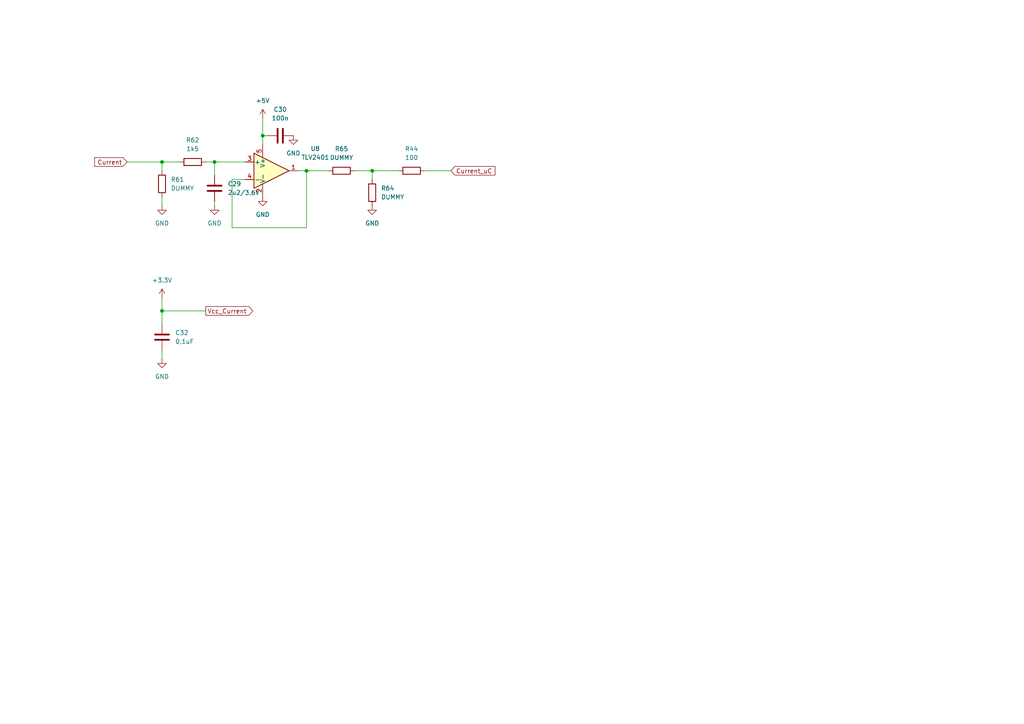
<source format=kicad_sch>
(kicad_sch
	(version 20250114)
	(generator "eeschema")
	(generator_version "9.0")
	(uuid "533e95ac-2b84-46eb-8f7b-0c7465b67b88")
	(paper "A4")
	(lib_symbols
		(symbol "Amplifier_Operational:TLV9301xDBV"
			(pin_names
				(offset 0.127)
			)
			(exclude_from_sim no)
			(in_bom yes)
			(on_board yes)
			(property "Reference" "U"
				(at -1.27 6.35 0)
				(effects
					(font
						(size 1.27 1.27)
					)
					(justify left)
				)
			)
			(property "Value" "TLV9301xDBV"
				(at -1.27 3.81 0)
				(effects
					(font
						(size 1.27 1.27)
					)
					(justify left)
				)
			)
			(property "Footprint" "Package_TO_SOT_SMD:SOT-23-5"
				(at -2.54 -5.08 0)
				(effects
					(font
						(size 1.27 1.27)
					)
					(justify left)
					(hide yes)
				)
			)
			(property "Datasheet" "https://www.ti.com/lit/ds/symlink/tlv9301.pdf"
				(at 0 5.08 0)
				(effects
					(font
						(size 1.27 1.27)
					)
					(hide yes)
				)
			)
			(property "Description" "40-V, 1-MHz, RRO Operational Amplifiers for Cost-Sensitive Systems, SOT-23-5"
				(at 0 0 0)
				(effects
					(font
						(size 1.27 1.27)
					)
					(hide yes)
				)
			)
			(property "ki_keywords" "single opamp 40V rail to rail output"
				(at 0 0 0)
				(effects
					(font
						(size 1.27 1.27)
					)
					(hide yes)
				)
			)
			(property "ki_fp_filters" "SOT?23*"
				(at 0 0 0)
				(effects
					(font
						(size 1.27 1.27)
					)
					(hide yes)
				)
			)
			(symbol "TLV9301xDBV_0_1"
				(polyline
					(pts
						(xy -5.08 5.08) (xy 5.08 0) (xy -5.08 -5.08) (xy -5.08 5.08)
					)
					(stroke
						(width 0.254)
						(type default)
					)
					(fill
						(type background)
					)
				)
				(pin power_in line
					(at -2.54 7.62 270)
					(length 3.81)
					(name "V+"
						(effects
							(font
								(size 1.27 1.27)
							)
						)
					)
					(number "5"
						(effects
							(font
								(size 1.27 1.27)
							)
						)
					)
				)
				(pin power_in line
					(at -2.54 -7.62 90)
					(length 3.81)
					(name "V-"
						(effects
							(font
								(size 1.27 1.27)
							)
						)
					)
					(number "2"
						(effects
							(font
								(size 1.27 1.27)
							)
						)
					)
				)
			)
			(symbol "TLV9301xDBV_1_1"
				(pin input line
					(at -7.62 2.54 0)
					(length 2.54)
					(name "+"
						(effects
							(font
								(size 1.27 1.27)
							)
						)
					)
					(number "3"
						(effects
							(font
								(size 1.27 1.27)
							)
						)
					)
				)
				(pin input line
					(at -7.62 -2.54 0)
					(length 2.54)
					(name "-"
						(effects
							(font
								(size 1.27 1.27)
							)
						)
					)
					(number "4"
						(effects
							(font
								(size 1.27 1.27)
							)
						)
					)
				)
				(pin output line
					(at 7.62 0 180)
					(length 2.54)
					(name "~"
						(effects
							(font
								(size 1.27 1.27)
							)
						)
					)
					(number "1"
						(effects
							(font
								(size 1.27 1.27)
							)
						)
					)
				)
			)
			(embedded_fonts no)
		)
		(symbol "Device:C"
			(pin_numbers
				(hide yes)
			)
			(pin_names
				(offset 0.254)
			)
			(exclude_from_sim no)
			(in_bom yes)
			(on_board yes)
			(property "Reference" "C"
				(at 0.635 2.54 0)
				(effects
					(font
						(size 1.27 1.27)
					)
					(justify left)
				)
			)
			(property "Value" "C"
				(at 0.635 -2.54 0)
				(effects
					(font
						(size 1.27 1.27)
					)
					(justify left)
				)
			)
			(property "Footprint" ""
				(at 0.9652 -3.81 0)
				(effects
					(font
						(size 1.27 1.27)
					)
					(hide yes)
				)
			)
			(property "Datasheet" "~"
				(at 0 0 0)
				(effects
					(font
						(size 1.27 1.27)
					)
					(hide yes)
				)
			)
			(property "Description" "Unpolarized capacitor"
				(at 0 0 0)
				(effects
					(font
						(size 1.27 1.27)
					)
					(hide yes)
				)
			)
			(property "ki_keywords" "cap capacitor"
				(at 0 0 0)
				(effects
					(font
						(size 1.27 1.27)
					)
					(hide yes)
				)
			)
			(property "ki_fp_filters" "C_*"
				(at 0 0 0)
				(effects
					(font
						(size 1.27 1.27)
					)
					(hide yes)
				)
			)
			(symbol "C_0_1"
				(polyline
					(pts
						(xy -2.032 0.762) (xy 2.032 0.762)
					)
					(stroke
						(width 0.508)
						(type default)
					)
					(fill
						(type none)
					)
				)
				(polyline
					(pts
						(xy -2.032 -0.762) (xy 2.032 -0.762)
					)
					(stroke
						(width 0.508)
						(type default)
					)
					(fill
						(type none)
					)
				)
			)
			(symbol "C_1_1"
				(pin passive line
					(at 0 3.81 270)
					(length 2.794)
					(name "~"
						(effects
							(font
								(size 1.27 1.27)
							)
						)
					)
					(number "1"
						(effects
							(font
								(size 1.27 1.27)
							)
						)
					)
				)
				(pin passive line
					(at 0 -3.81 90)
					(length 2.794)
					(name "~"
						(effects
							(font
								(size 1.27 1.27)
							)
						)
					)
					(number "2"
						(effects
							(font
								(size 1.27 1.27)
							)
						)
					)
				)
			)
			(embedded_fonts no)
		)
		(symbol "Device:R"
			(pin_numbers
				(hide yes)
			)
			(pin_names
				(offset 0)
			)
			(exclude_from_sim no)
			(in_bom yes)
			(on_board yes)
			(property "Reference" "R"
				(at 2.032 0 90)
				(effects
					(font
						(size 1.27 1.27)
					)
				)
			)
			(property "Value" "R"
				(at 0 0 90)
				(effects
					(font
						(size 1.27 1.27)
					)
				)
			)
			(property "Footprint" ""
				(at -1.778 0 90)
				(effects
					(font
						(size 1.27 1.27)
					)
					(hide yes)
				)
			)
			(property "Datasheet" "~"
				(at 0 0 0)
				(effects
					(font
						(size 1.27 1.27)
					)
					(hide yes)
				)
			)
			(property "Description" "Resistor"
				(at 0 0 0)
				(effects
					(font
						(size 1.27 1.27)
					)
					(hide yes)
				)
			)
			(property "ki_keywords" "R res resistor"
				(at 0 0 0)
				(effects
					(font
						(size 1.27 1.27)
					)
					(hide yes)
				)
			)
			(property "ki_fp_filters" "R_*"
				(at 0 0 0)
				(effects
					(font
						(size 1.27 1.27)
					)
					(hide yes)
				)
			)
			(symbol "R_0_1"
				(rectangle
					(start -1.016 -2.54)
					(end 1.016 2.54)
					(stroke
						(width 0.254)
						(type default)
					)
					(fill
						(type none)
					)
				)
			)
			(symbol "R_1_1"
				(pin passive line
					(at 0 3.81 270)
					(length 1.27)
					(name "~"
						(effects
							(font
								(size 1.27 1.27)
							)
						)
					)
					(number "1"
						(effects
							(font
								(size 1.27 1.27)
							)
						)
					)
				)
				(pin passive line
					(at 0 -3.81 90)
					(length 1.27)
					(name "~"
						(effects
							(font
								(size 1.27 1.27)
							)
						)
					)
					(number "2"
						(effects
							(font
								(size 1.27 1.27)
							)
						)
					)
				)
			)
			(embedded_fonts no)
		)
		(symbol "power:+3.3V"
			(power)
			(pin_numbers
				(hide yes)
			)
			(pin_names
				(offset 0)
				(hide yes)
			)
			(exclude_from_sim no)
			(in_bom yes)
			(on_board yes)
			(property "Reference" "#PWR"
				(at 0 -3.81 0)
				(effects
					(font
						(size 1.27 1.27)
					)
					(hide yes)
				)
			)
			(property "Value" "+3.3V"
				(at 0 3.556 0)
				(effects
					(font
						(size 1.27 1.27)
					)
				)
			)
			(property "Footprint" ""
				(at 0 0 0)
				(effects
					(font
						(size 1.27 1.27)
					)
					(hide yes)
				)
			)
			(property "Datasheet" ""
				(at 0 0 0)
				(effects
					(font
						(size 1.27 1.27)
					)
					(hide yes)
				)
			)
			(property "Description" "Power symbol creates a global label with name \"+3.3V\""
				(at 0 0 0)
				(effects
					(font
						(size 1.27 1.27)
					)
					(hide yes)
				)
			)
			(property "ki_keywords" "global power"
				(at 0 0 0)
				(effects
					(font
						(size 1.27 1.27)
					)
					(hide yes)
				)
			)
			(symbol "+3.3V_0_1"
				(polyline
					(pts
						(xy -0.762 1.27) (xy 0 2.54)
					)
					(stroke
						(width 0)
						(type default)
					)
					(fill
						(type none)
					)
				)
				(polyline
					(pts
						(xy 0 2.54) (xy 0.762 1.27)
					)
					(stroke
						(width 0)
						(type default)
					)
					(fill
						(type none)
					)
				)
				(polyline
					(pts
						(xy 0 0) (xy 0 2.54)
					)
					(stroke
						(width 0)
						(type default)
					)
					(fill
						(type none)
					)
				)
			)
			(symbol "+3.3V_1_1"
				(pin power_in line
					(at 0 0 90)
					(length 0)
					(name "~"
						(effects
							(font
								(size 1.27 1.27)
							)
						)
					)
					(number "1"
						(effects
							(font
								(size 1.27 1.27)
							)
						)
					)
				)
			)
			(embedded_fonts no)
		)
		(symbol "power:+5V"
			(power)
			(pin_numbers
				(hide yes)
			)
			(pin_names
				(offset 0)
				(hide yes)
			)
			(exclude_from_sim no)
			(in_bom yes)
			(on_board yes)
			(property "Reference" "#PWR"
				(at 0 -3.81 0)
				(effects
					(font
						(size 1.27 1.27)
					)
					(hide yes)
				)
			)
			(property "Value" "+5V"
				(at 0 3.556 0)
				(effects
					(font
						(size 1.27 1.27)
					)
				)
			)
			(property "Footprint" ""
				(at 0 0 0)
				(effects
					(font
						(size 1.27 1.27)
					)
					(hide yes)
				)
			)
			(property "Datasheet" ""
				(at 0 0 0)
				(effects
					(font
						(size 1.27 1.27)
					)
					(hide yes)
				)
			)
			(property "Description" "Power symbol creates a global label with name \"+5V\""
				(at 0 0 0)
				(effects
					(font
						(size 1.27 1.27)
					)
					(hide yes)
				)
			)
			(property "ki_keywords" "global power"
				(at 0 0 0)
				(effects
					(font
						(size 1.27 1.27)
					)
					(hide yes)
				)
			)
			(symbol "+5V_0_1"
				(polyline
					(pts
						(xy -0.762 1.27) (xy 0 2.54)
					)
					(stroke
						(width 0)
						(type default)
					)
					(fill
						(type none)
					)
				)
				(polyline
					(pts
						(xy 0 2.54) (xy 0.762 1.27)
					)
					(stroke
						(width 0)
						(type default)
					)
					(fill
						(type none)
					)
				)
				(polyline
					(pts
						(xy 0 0) (xy 0 2.54)
					)
					(stroke
						(width 0)
						(type default)
					)
					(fill
						(type none)
					)
				)
			)
			(symbol "+5V_1_1"
				(pin power_in line
					(at 0 0 90)
					(length 0)
					(name "~"
						(effects
							(font
								(size 1.27 1.27)
							)
						)
					)
					(number "1"
						(effects
							(font
								(size 1.27 1.27)
							)
						)
					)
				)
			)
			(embedded_fonts no)
		)
		(symbol "power:GND"
			(power)
			(pin_numbers
				(hide yes)
			)
			(pin_names
				(offset 0)
				(hide yes)
			)
			(exclude_from_sim no)
			(in_bom yes)
			(on_board yes)
			(property "Reference" "#PWR"
				(at 0 -6.35 0)
				(effects
					(font
						(size 1.27 1.27)
					)
					(hide yes)
				)
			)
			(property "Value" "GND"
				(at 0 -3.81 0)
				(effects
					(font
						(size 1.27 1.27)
					)
				)
			)
			(property "Footprint" ""
				(at 0 0 0)
				(effects
					(font
						(size 1.27 1.27)
					)
					(hide yes)
				)
			)
			(property "Datasheet" ""
				(at 0 0 0)
				(effects
					(font
						(size 1.27 1.27)
					)
					(hide yes)
				)
			)
			(property "Description" "Power symbol creates a global label with name \"GND\" , ground"
				(at 0 0 0)
				(effects
					(font
						(size 1.27 1.27)
					)
					(hide yes)
				)
			)
			(property "ki_keywords" "global power"
				(at 0 0 0)
				(effects
					(font
						(size 1.27 1.27)
					)
					(hide yes)
				)
			)
			(symbol "GND_0_1"
				(polyline
					(pts
						(xy 0 0) (xy 0 -1.27) (xy 1.27 -1.27) (xy 0 -2.54) (xy -1.27 -1.27) (xy 0 -1.27)
					)
					(stroke
						(width 0)
						(type default)
					)
					(fill
						(type none)
					)
				)
			)
			(symbol "GND_1_1"
				(pin power_in line
					(at 0 0 270)
					(length 0)
					(name "~"
						(effects
							(font
								(size 1.27 1.27)
							)
						)
					)
					(number "1"
						(effects
							(font
								(size 1.27 1.27)
							)
						)
					)
				)
			)
			(embedded_fonts no)
		)
	)
	(junction
		(at 46.99 46.99)
		(diameter 0)
		(color 0 0 0 0)
		(uuid "086d79c6-3c5d-4088-88a6-50fa808e4372")
	)
	(junction
		(at 62.23 46.99)
		(diameter 0)
		(color 0 0 0 0)
		(uuid "39669905-b824-49c2-984d-c48ad1ab28ac")
	)
	(junction
		(at 107.95 49.53)
		(diameter 0)
		(color 0 0 0 0)
		(uuid "4ea03083-3ece-4a8a-aa74-1bfeceda0468")
	)
	(junction
		(at 46.99 90.17)
		(diameter 0)
		(color 0 0 0 0)
		(uuid "7562d887-c039-40d2-8d46-c8446c1a7189")
	)
	(junction
		(at 76.2 39.37)
		(diameter 0)
		(color 0 0 0 0)
		(uuid "9e656e30-1a32-44ab-81b6-1fd050a61e1b")
	)
	(junction
		(at 88.9 49.53)
		(diameter 0)
		(color 0 0 0 0)
		(uuid "e14ff20c-365a-4d92-8d28-432f3d18d00f")
	)
	(wire
		(pts
			(xy 59.69 46.99) (xy 62.23 46.99)
		)
		(stroke
			(width 0)
			(type default)
		)
		(uuid "03e0842b-a1fc-46ec-bd5d-63cf6310de44")
	)
	(wire
		(pts
			(xy 46.99 57.15) (xy 46.99 59.69)
		)
		(stroke
			(width 0)
			(type default)
		)
		(uuid "17714f0d-c734-45eb-b50c-38570cf56c49")
	)
	(wire
		(pts
			(xy 46.99 46.99) (xy 46.99 49.53)
		)
		(stroke
			(width 0)
			(type default)
		)
		(uuid "3fd4edcd-2a2b-41e1-b657-17615ddf137c")
	)
	(wire
		(pts
			(xy 62.23 46.99) (xy 71.12 46.99)
		)
		(stroke
			(width 0)
			(type default)
		)
		(uuid "41cc9b93-fc05-403c-a5a8-38cfbbe577eb")
	)
	(wire
		(pts
			(xy 67.31 52.07) (xy 67.31 66.04)
		)
		(stroke
			(width 0)
			(type default)
		)
		(uuid "4366a0c8-b5a0-4651-aeb8-e8157bf76db6")
	)
	(wire
		(pts
			(xy 46.99 90.17) (xy 59.69 90.17)
		)
		(stroke
			(width 0)
			(type default)
		)
		(uuid "4ef6e82b-89b0-4e53-9b6c-033480530bfe")
	)
	(wire
		(pts
			(xy 76.2 39.37) (xy 76.2 41.91)
		)
		(stroke
			(width 0)
			(type default)
		)
		(uuid "57165648-9e85-4faa-8e18-270a6a41be2e")
	)
	(wire
		(pts
			(xy 46.99 101.6) (xy 46.99 104.14)
		)
		(stroke
			(width 0)
			(type default)
		)
		(uuid "599b198d-ab64-4d18-a1b1-fd39c932b695")
	)
	(wire
		(pts
			(xy 62.23 58.42) (xy 62.23 59.69)
		)
		(stroke
			(width 0)
			(type default)
		)
		(uuid "5dec7ca7-1e65-4aaf-a6e4-eae5ad2ca0a2")
	)
	(wire
		(pts
			(xy 46.99 90.17) (xy 46.99 93.98)
		)
		(stroke
			(width 0)
			(type default)
		)
		(uuid "6956d8b9-0b73-4527-99eb-6d0548429ca6")
	)
	(wire
		(pts
			(xy 36.83 46.99) (xy 46.99 46.99)
		)
		(stroke
			(width 0)
			(type default)
		)
		(uuid "6a44a54b-0605-451c-88b4-3e43b7320578")
	)
	(wire
		(pts
			(xy 46.99 86.36) (xy 46.99 90.17)
		)
		(stroke
			(width 0)
			(type default)
		)
		(uuid "6e656dc4-57b1-459b-bda5-c69d90b30065")
	)
	(wire
		(pts
			(xy 88.9 49.53) (xy 95.25 49.53)
		)
		(stroke
			(width 0)
			(type default)
		)
		(uuid "92ab551a-8b2d-4d9e-b360-1a70f56b1bd2")
	)
	(wire
		(pts
			(xy 62.23 46.99) (xy 62.23 50.8)
		)
		(stroke
			(width 0)
			(type default)
		)
		(uuid "94762bbb-5e11-4e43-8dc6-7dce6a3f5f1a")
	)
	(wire
		(pts
			(xy 102.87 49.53) (xy 107.95 49.53)
		)
		(stroke
			(width 0)
			(type default)
		)
		(uuid "95126c69-c873-4708-9c2e-bd1b6f2b28fa")
	)
	(wire
		(pts
			(xy 46.99 46.99) (xy 52.07 46.99)
		)
		(stroke
			(width 0)
			(type default)
		)
		(uuid "973a27fa-2a37-41a8-a71b-76b36d2a2c4f")
	)
	(wire
		(pts
			(xy 71.12 52.07) (xy 67.31 52.07)
		)
		(stroke
			(width 0)
			(type default)
		)
		(uuid "9fc55d92-15ff-4590-a99b-3b43cbc51cdd")
	)
	(wire
		(pts
			(xy 88.9 49.53) (xy 88.9 66.04)
		)
		(stroke
			(width 0)
			(type default)
		)
		(uuid "ba4b2982-7d9d-460e-8750-2a812ff0ac6c")
	)
	(wire
		(pts
			(xy 76.2 39.37) (xy 77.47 39.37)
		)
		(stroke
			(width 0)
			(type default)
		)
		(uuid "c2112979-a68f-4bb4-a7db-81f0ba1fb919")
	)
	(wire
		(pts
			(xy 107.95 49.53) (xy 115.57 49.53)
		)
		(stroke
			(width 0)
			(type default)
		)
		(uuid "db4d7bc8-a184-40eb-8de6-4f480a8e1b79")
	)
	(wire
		(pts
			(xy 86.36 49.53) (xy 88.9 49.53)
		)
		(stroke
			(width 0)
			(type default)
		)
		(uuid "e9167eae-48f4-4c9f-9f73-a7196194f41f")
	)
	(wire
		(pts
			(xy 76.2 34.29) (xy 76.2 39.37)
		)
		(stroke
			(width 0)
			(type default)
		)
		(uuid "ed695a57-0249-4628-b1e2-730f96fca7dc")
	)
	(wire
		(pts
			(xy 67.31 66.04) (xy 88.9 66.04)
		)
		(stroke
			(width 0)
			(type default)
		)
		(uuid "f0659bb2-cb30-4340-9b2a-954f67619019")
	)
	(wire
		(pts
			(xy 123.19 49.53) (xy 130.81 49.53)
		)
		(stroke
			(width 0)
			(type default)
		)
		(uuid "f09f4ea7-c9b8-4789-ad3b-78d5a8320eed")
	)
	(wire
		(pts
			(xy 107.95 49.53) (xy 107.95 52.07)
		)
		(stroke
			(width 0)
			(type default)
		)
		(uuid "f62f26ff-9613-4555-849a-f1a0471a6a88")
	)
	(global_label "Vcc_Current"
		(shape output)
		(at 59.69 90.17 0)
		(fields_autoplaced yes)
		(effects
			(font
				(size 1.27 1.27)
			)
			(justify left)
		)
		(uuid "034f0f15-9c33-4f4c-9bd0-5647fbbb7e1f")
		(property "Intersheetrefs" "${INTERSHEET_REFS}"
			(at 73.8633 90.17 0)
			(effects
				(font
					(size 1.27 1.27)
				)
				(justify left)
				(hide yes)
			)
		)
	)
	(global_label "Current_uC"
		(shape input)
		(at 130.81 49.53 0)
		(fields_autoplaced yes)
		(effects
			(font
				(size 1.27 1.27)
			)
			(justify left)
		)
		(uuid "58d2d160-d058-425d-82e2-62264b837c21")
		(property "Intersheetrefs" "${INTERSHEET_REFS}"
			(at 144.1365 49.53 0)
			(effects
				(font
					(size 1.27 1.27)
				)
				(justify left)
				(hide yes)
			)
		)
	)
	(global_label "Current"
		(shape input)
		(at 36.83 46.99 180)
		(fields_autoplaced yes)
		(effects
			(font
				(size 1.27 1.27)
			)
			(justify right)
		)
		(uuid "88d43c2e-87be-4d39-8d02-38b4bfefa41e")
		(property "Intersheetrefs" "${INTERSHEET_REFS}"
			(at 26.8901 46.99 0)
			(effects
				(font
					(size 1.27 1.27)
				)
				(justify right)
				(hide yes)
			)
		)
	)
	(symbol
		(lib_id "Device:C")
		(at 81.28 39.37 90)
		(unit 1)
		(exclude_from_sim no)
		(in_bom yes)
		(on_board yes)
		(dnp no)
		(fields_autoplaced yes)
		(uuid "00c280fa-cfda-448f-8576-3b4b6decafb8")
		(property "Reference" "C30"
			(at 81.28 31.75 90)
			(effects
				(font
					(size 1.27 1.27)
				)
			)
		)
		(property "Value" "100n"
			(at 81.28 34.29 90)
			(effects
				(font
					(size 1.27 1.27)
				)
			)
		)
		(property "Footprint" "Capacitor_SMD:C_0603_1608Metric_Pad1.08x0.95mm_HandSolder"
			(at 85.09 38.4048 0)
			(effects
				(font
					(size 1.27 1.27)
				)
				(hide yes)
			)
		)
		(property "Datasheet" "~"
			(at 81.28 39.37 0)
			(effects
				(font
					(size 1.27 1.27)
				)
				(hide yes)
			)
		)
		(property "Description" "Unpolarized capacitor"
			(at 81.28 39.37 0)
			(effects
				(font
					(size 1.27 1.27)
				)
				(hide yes)
			)
		)
		(pin "1"
			(uuid "a3cf2e3c-9d17-4518-a66f-e6cfd37c7c31")
		)
		(pin "2"
			(uuid "ce01780c-ae44-4de0-86c0-b0f1d9720cd5")
		)
		(instances
			(project "BMS_PCB"
				(path "/f3f5bf67-59a2-4fff-a256-b414fb7b1786/97cd556a-bb13-4bbd-9a52-b5c25c14caba"
					(reference "C30")
					(unit 1)
				)
			)
		)
	)
	(symbol
		(lib_id "power:GND")
		(at 46.99 59.69 0)
		(unit 1)
		(exclude_from_sim no)
		(in_bom yes)
		(on_board yes)
		(dnp no)
		(fields_autoplaced yes)
		(uuid "0475b6e9-bb1a-4ddb-b7b1-5cb360ba3368")
		(property "Reference" "#PWR038"
			(at 46.99 66.04 0)
			(effects
				(font
					(size 1.27 1.27)
				)
				(hide yes)
			)
		)
		(property "Value" "GND"
			(at 46.99 64.77 0)
			(effects
				(font
					(size 1.27 1.27)
				)
			)
		)
		(property "Footprint" ""
			(at 46.99 59.69 0)
			(effects
				(font
					(size 1.27 1.27)
				)
				(hide yes)
			)
		)
		(property "Datasheet" ""
			(at 46.99 59.69 0)
			(effects
				(font
					(size 1.27 1.27)
				)
				(hide yes)
			)
		)
		(property "Description" "Power symbol creates a global label with name \"GND\" , ground"
			(at 46.99 59.69 0)
			(effects
				(font
					(size 1.27 1.27)
				)
				(hide yes)
			)
		)
		(pin "1"
			(uuid "630f8361-eb9e-48bd-95ea-34ec4aef4a92")
		)
		(instances
			(project "BMS_PCB"
				(path "/f3f5bf67-59a2-4fff-a256-b414fb7b1786/97cd556a-bb13-4bbd-9a52-b5c25c14caba"
					(reference "#PWR038")
					(unit 1)
				)
			)
		)
	)
	(symbol
		(lib_id "Device:R")
		(at 55.88 46.99 90)
		(unit 1)
		(exclude_from_sim no)
		(in_bom yes)
		(on_board yes)
		(dnp no)
		(fields_autoplaced yes)
		(uuid "20351dc4-e0da-4c9d-8189-67df9e81f2da")
		(property "Reference" "R62"
			(at 55.88 40.64 90)
			(effects
				(font
					(size 1.27 1.27)
				)
			)
		)
		(property "Value" "1k5"
			(at 55.88 43.18 90)
			(effects
				(font
					(size 1.27 1.27)
				)
			)
		)
		(property "Footprint" "Resistor_SMD:R_0603_1608Metric_Pad0.98x0.95mm_HandSolder"
			(at 55.88 48.768 90)
			(effects
				(font
					(size 1.27 1.27)
				)
				(hide yes)
			)
		)
		(property "Datasheet" "~"
			(at 55.88 46.99 0)
			(effects
				(font
					(size 1.27 1.27)
				)
				(hide yes)
			)
		)
		(property "Description" "Resistor"
			(at 55.88 46.99 0)
			(effects
				(font
					(size 1.27 1.27)
				)
				(hide yes)
			)
		)
		(pin "1"
			(uuid "78642ae1-282c-4704-9bce-a526aa17d41f")
		)
		(pin "2"
			(uuid "181481f8-2d7a-47ba-8461-39a6cc6f0211")
		)
		(instances
			(project "BMS_PCB"
				(path "/f3f5bf67-59a2-4fff-a256-b414fb7b1786/97cd556a-bb13-4bbd-9a52-b5c25c14caba"
					(reference "R62")
					(unit 1)
				)
			)
		)
	)
	(symbol
		(lib_id "Amplifier_Operational:TLV9301xDBV")
		(at 78.74 49.53 0)
		(unit 1)
		(exclude_from_sim no)
		(in_bom yes)
		(on_board yes)
		(dnp no)
		(fields_autoplaced yes)
		(uuid "2f299dea-cca5-4bb8-af3f-bb8c8da892c2")
		(property "Reference" "U8"
			(at 91.44 43.1098 0)
			(effects
				(font
					(size 1.27 1.27)
				)
			)
		)
		(property "Value" "TLV2401"
			(at 91.44 45.6498 0)
			(effects
				(font
					(size 1.27 1.27)
				)
			)
		)
		(property "Footprint" "Package_TO_SOT_SMD:SOT-23-5_HandSoldering"
			(at 76.2 54.61 0)
			(effects
				(font
					(size 1.27 1.27)
				)
				(justify left)
				(hide yes)
			)
		)
		(property "Datasheet" "https://www.ti.com/lit/ds/symlink/tlv9301.pdf"
			(at 78.74 44.45 0)
			(effects
				(font
					(size 1.27 1.27)
				)
				(hide yes)
			)
		)
		(property "Description" "40-V, 1-MHz, RRO Operational Amplifiers for Cost-Sensitive Systems, SOT-23-5"
			(at 78.74 49.53 0)
			(effects
				(font
					(size 1.27 1.27)
				)
				(hide yes)
			)
		)
		(pin "1"
			(uuid "146d61a0-9025-406b-a1a3-a79121665fe8")
		)
		(pin "4"
			(uuid "3daf4d17-5484-4622-aace-15ee434851e1")
		)
		(pin "2"
			(uuid "5c641b41-9fff-444e-8aba-a676da7a5994")
		)
		(pin "3"
			(uuid "a5330529-44ee-438d-af7a-95ed9575e7cd")
		)
		(pin "5"
			(uuid "d8cc0306-a171-409f-9668-c65adf5d6c20")
		)
		(instances
			(project ""
				(path "/f3f5bf67-59a2-4fff-a256-b414fb7b1786/97cd556a-bb13-4bbd-9a52-b5c25c14caba"
					(reference "U8")
					(unit 1)
				)
			)
		)
	)
	(symbol
		(lib_id "power:+5V")
		(at 76.2 34.29 0)
		(unit 1)
		(exclude_from_sim no)
		(in_bom yes)
		(on_board yes)
		(dnp no)
		(fields_autoplaced yes)
		(uuid "3554c5e4-af08-4d34-8611-69f6bebb7ba4")
		(property "Reference" "#PWR076"
			(at 76.2 38.1 0)
			(effects
				(font
					(size 1.27 1.27)
				)
				(hide yes)
			)
		)
		(property "Value" "+5V"
			(at 76.2 29.21 0)
			(effects
				(font
					(size 1.27 1.27)
				)
			)
		)
		(property "Footprint" ""
			(at 76.2 34.29 0)
			(effects
				(font
					(size 1.27 1.27)
				)
				(hide yes)
			)
		)
		(property "Datasheet" ""
			(at 76.2 34.29 0)
			(effects
				(font
					(size 1.27 1.27)
				)
				(hide yes)
			)
		)
		(property "Description" "Power symbol creates a global label with name \"+5V\""
			(at 76.2 34.29 0)
			(effects
				(font
					(size 1.27 1.27)
				)
				(hide yes)
			)
		)
		(pin "1"
			(uuid "594d85a8-b53a-4cd2-8de2-753deff2e2bb")
		)
		(instances
			(project "BMS_PCB"
				(path "/f3f5bf67-59a2-4fff-a256-b414fb7b1786/97cd556a-bb13-4bbd-9a52-b5c25c14caba"
					(reference "#PWR076")
					(unit 1)
				)
			)
		)
	)
	(symbol
		(lib_id "power:GND")
		(at 46.99 104.14 0)
		(unit 1)
		(exclude_from_sim no)
		(in_bom yes)
		(on_board yes)
		(dnp no)
		(fields_autoplaced yes)
		(uuid "3e474d69-83f6-4be3-ae42-bd3dba59bcdb")
		(property "Reference" "#PWR083"
			(at 46.99 110.49 0)
			(effects
				(font
					(size 1.27 1.27)
				)
				(hide yes)
			)
		)
		(property "Value" "GND"
			(at 46.99 109.22 0)
			(effects
				(font
					(size 1.27 1.27)
				)
			)
		)
		(property "Footprint" ""
			(at 46.99 104.14 0)
			(effects
				(font
					(size 1.27 1.27)
				)
				(hide yes)
			)
		)
		(property "Datasheet" ""
			(at 46.99 104.14 0)
			(effects
				(font
					(size 1.27 1.27)
				)
				(hide yes)
			)
		)
		(property "Description" "Power symbol creates a global label with name \"GND\" , ground"
			(at 46.99 104.14 0)
			(effects
				(font
					(size 1.27 1.27)
				)
				(hide yes)
			)
		)
		(pin "1"
			(uuid "1627c829-bb76-4da3-97fb-01310061b435")
		)
		(instances
			(project ""
				(path "/f3f5bf67-59a2-4fff-a256-b414fb7b1786/97cd556a-bb13-4bbd-9a52-b5c25c14caba"
					(reference "#PWR083")
					(unit 1)
				)
			)
		)
	)
	(symbol
		(lib_id "power:GND")
		(at 107.95 59.69 0)
		(unit 1)
		(exclude_from_sim no)
		(in_bom yes)
		(on_board yes)
		(dnp no)
		(fields_autoplaced yes)
		(uuid "40c53e50-8f36-4254-a967-46213dc68a6a")
		(property "Reference" "#PWR079"
			(at 107.95 66.04 0)
			(effects
				(font
					(size 1.27 1.27)
				)
				(hide yes)
			)
		)
		(property "Value" "GND"
			(at 107.95 64.77 0)
			(effects
				(font
					(size 1.27 1.27)
				)
			)
		)
		(property "Footprint" ""
			(at 107.95 59.69 0)
			(effects
				(font
					(size 1.27 1.27)
				)
				(hide yes)
			)
		)
		(property "Datasheet" ""
			(at 107.95 59.69 0)
			(effects
				(font
					(size 1.27 1.27)
				)
				(hide yes)
			)
		)
		(property "Description" "Power symbol creates a global label with name \"GND\" , ground"
			(at 107.95 59.69 0)
			(effects
				(font
					(size 1.27 1.27)
				)
				(hide yes)
			)
		)
		(pin "1"
			(uuid "27e6db10-8b7e-4272-b19c-c574715cc303")
		)
		(instances
			(project "BMS_PCB"
				(path "/f3f5bf67-59a2-4fff-a256-b414fb7b1786/97cd556a-bb13-4bbd-9a52-b5c25c14caba"
					(reference "#PWR079")
					(unit 1)
				)
			)
		)
	)
	(symbol
		(lib_id "power:+3.3V")
		(at 46.99 86.36 0)
		(unit 1)
		(exclude_from_sim no)
		(in_bom yes)
		(on_board yes)
		(dnp no)
		(fields_autoplaced yes)
		(uuid "42c8625f-2929-4465-a038-61ddd038a2ae")
		(property "Reference" "#PWR02"
			(at 46.99 90.17 0)
			(effects
				(font
					(size 1.27 1.27)
				)
				(hide yes)
			)
		)
		(property "Value" "+3.3V"
			(at 46.99 81.28 0)
			(effects
				(font
					(size 1.27 1.27)
				)
			)
		)
		(property "Footprint" ""
			(at 46.99 86.36 0)
			(effects
				(font
					(size 1.27 1.27)
				)
				(hide yes)
			)
		)
		(property "Datasheet" ""
			(at 46.99 86.36 0)
			(effects
				(font
					(size 1.27 1.27)
				)
				(hide yes)
			)
		)
		(property "Description" "Power symbol creates a global label with name \"+3.3V\""
			(at 46.99 86.36 0)
			(effects
				(font
					(size 1.27 1.27)
				)
				(hide yes)
			)
		)
		(pin "1"
			(uuid "ba758130-b480-45c8-8ed8-e455a79037ff")
		)
		(instances
			(project ""
				(path "/f3f5bf67-59a2-4fff-a256-b414fb7b1786/97cd556a-bb13-4bbd-9a52-b5c25c14caba"
					(reference "#PWR02")
					(unit 1)
				)
			)
		)
	)
	(symbol
		(lib_id "Device:R")
		(at 107.95 55.88 180)
		(unit 1)
		(exclude_from_sim no)
		(in_bom yes)
		(on_board yes)
		(dnp no)
		(fields_autoplaced yes)
		(uuid "4ea57052-facc-4c55-9cc0-bd773268784d")
		(property "Reference" "R64"
			(at 110.49 54.6099 0)
			(effects
				(font
					(size 1.27 1.27)
				)
				(justify right)
			)
		)
		(property "Value" "DUMMY"
			(at 110.49 57.1499 0)
			(effects
				(font
					(size 1.27 1.27)
				)
				(justify right)
			)
		)
		(property "Footprint" "Resistor_SMD:R_0603_1608Metric_Pad0.98x0.95mm_HandSolder"
			(at 109.728 55.88 90)
			(effects
				(font
					(size 1.27 1.27)
				)
				(hide yes)
			)
		)
		(property "Datasheet" "~"
			(at 107.95 55.88 0)
			(effects
				(font
					(size 1.27 1.27)
				)
				(hide yes)
			)
		)
		(property "Description" "Resistor"
			(at 107.95 55.88 0)
			(effects
				(font
					(size 1.27 1.27)
				)
				(hide yes)
			)
		)
		(pin "1"
			(uuid "4544c2fd-7a05-49ea-bfcc-98753da54860")
		)
		(pin "2"
			(uuid "cc59cdc3-ca5a-4d3f-a741-78aa20580e05")
		)
		(instances
			(project "BMS_PCB"
				(path "/f3f5bf67-59a2-4fff-a256-b414fb7b1786/97cd556a-bb13-4bbd-9a52-b5c25c14caba"
					(reference "R64")
					(unit 1)
				)
			)
		)
	)
	(symbol
		(lib_id "power:GND")
		(at 85.09 39.37 0)
		(unit 1)
		(exclude_from_sim no)
		(in_bom yes)
		(on_board yes)
		(dnp no)
		(fields_autoplaced yes)
		(uuid "50bcdf0d-92ca-4557-a45f-d2dddfe5642a")
		(property "Reference" "#PWR078"
			(at 85.09 45.72 0)
			(effects
				(font
					(size 1.27 1.27)
				)
				(hide yes)
			)
		)
		(property "Value" "GND"
			(at 85.09 44.45 0)
			(effects
				(font
					(size 1.27 1.27)
				)
			)
		)
		(property "Footprint" ""
			(at 85.09 39.37 0)
			(effects
				(font
					(size 1.27 1.27)
				)
				(hide yes)
			)
		)
		(property "Datasheet" ""
			(at 85.09 39.37 0)
			(effects
				(font
					(size 1.27 1.27)
				)
				(hide yes)
			)
		)
		(property "Description" "Power symbol creates a global label with name \"GND\" , ground"
			(at 85.09 39.37 0)
			(effects
				(font
					(size 1.27 1.27)
				)
				(hide yes)
			)
		)
		(pin "1"
			(uuid "fe5f12ce-89cd-4c9d-8c5b-71cbe2d96177")
		)
		(instances
			(project "BMS_PCB"
				(path "/f3f5bf67-59a2-4fff-a256-b414fb7b1786/97cd556a-bb13-4bbd-9a52-b5c25c14caba"
					(reference "#PWR078")
					(unit 1)
				)
			)
		)
	)
	(symbol
		(lib_id "Device:R")
		(at 119.38 49.53 90)
		(unit 1)
		(exclude_from_sim no)
		(in_bom yes)
		(on_board yes)
		(dnp no)
		(fields_autoplaced yes)
		(uuid "679286f3-066c-44d9-b0ab-f317b32ddf47")
		(property "Reference" "R44"
			(at 119.38 43.18 90)
			(effects
				(font
					(size 1.27 1.27)
				)
			)
		)
		(property "Value" "100"
			(at 119.38 45.72 90)
			(effects
				(font
					(size 1.27 1.27)
				)
			)
		)
		(property "Footprint" "Resistor_SMD:R_0603_1608Metric_Pad0.98x0.95mm_HandSolder"
			(at 119.38 51.308 90)
			(effects
				(font
					(size 1.27 1.27)
				)
				(hide yes)
			)
		)
		(property "Datasheet" "~"
			(at 119.38 49.53 0)
			(effects
				(font
					(size 1.27 1.27)
				)
				(hide yes)
			)
		)
		(property "Description" "Resistor"
			(at 119.38 49.53 0)
			(effects
				(font
					(size 1.27 1.27)
				)
				(hide yes)
			)
		)
		(pin "2"
			(uuid "cb8a895e-8dde-41b8-9c71-91ed01835f5d")
		)
		(pin "1"
			(uuid "fc8620b3-a51d-4298-80d4-67142a88f422")
		)
		(instances
			(project ""
				(path "/f3f5bf67-59a2-4fff-a256-b414fb7b1786/97cd556a-bb13-4bbd-9a52-b5c25c14caba"
					(reference "R44")
					(unit 1)
				)
			)
		)
	)
	(symbol
		(lib_id "Device:C")
		(at 46.99 97.79 0)
		(unit 1)
		(exclude_from_sim no)
		(in_bom yes)
		(on_board yes)
		(dnp no)
		(fields_autoplaced yes)
		(uuid "79c0a208-8cc1-4bff-8724-fd46baa8eae5")
		(property "Reference" "C32"
			(at 50.8 96.5199 0)
			(effects
				(font
					(size 1.27 1.27)
				)
				(justify left)
			)
		)
		(property "Value" "0,1uF"
			(at 50.8 99.0599 0)
			(effects
				(font
					(size 1.27 1.27)
				)
				(justify left)
			)
		)
		(property "Footprint" "Capacitor_SMD:C_0603_1608Metric_Pad1.08x0.95mm_HandSolder"
			(at 47.9552 101.6 0)
			(effects
				(font
					(size 1.27 1.27)
				)
				(hide yes)
			)
		)
		(property "Datasheet" "~"
			(at 46.99 97.79 0)
			(effects
				(font
					(size 1.27 1.27)
				)
				(hide yes)
			)
		)
		(property "Description" "Unpolarized capacitor"
			(at 46.99 97.79 0)
			(effects
				(font
					(size 1.27 1.27)
				)
				(hide yes)
			)
		)
		(pin "2"
			(uuid "44836ae6-5e27-4b0a-8184-126a9750b071")
		)
		(pin "1"
			(uuid "11eff87a-f02e-4a96-bac2-9e2d97150f9c")
		)
		(instances
			(project ""
				(path "/f3f5bf67-59a2-4fff-a256-b414fb7b1786/97cd556a-bb13-4bbd-9a52-b5c25c14caba"
					(reference "C32")
					(unit 1)
				)
			)
		)
	)
	(symbol
		(lib_id "power:GND")
		(at 62.23 59.69 0)
		(unit 1)
		(exclude_from_sim no)
		(in_bom yes)
		(on_board yes)
		(dnp no)
		(fields_autoplaced yes)
		(uuid "7b6dd861-dea6-4005-81fb-4aaa8bb1f29d")
		(property "Reference" "#PWR075"
			(at 62.23 66.04 0)
			(effects
				(font
					(size 1.27 1.27)
				)
				(hide yes)
			)
		)
		(property "Value" "GND"
			(at 62.23 64.77 0)
			(effects
				(font
					(size 1.27 1.27)
				)
			)
		)
		(property "Footprint" ""
			(at 62.23 59.69 0)
			(effects
				(font
					(size 1.27 1.27)
				)
				(hide yes)
			)
		)
		(property "Datasheet" ""
			(at 62.23 59.69 0)
			(effects
				(font
					(size 1.27 1.27)
				)
				(hide yes)
			)
		)
		(property "Description" "Power symbol creates a global label with name \"GND\" , ground"
			(at 62.23 59.69 0)
			(effects
				(font
					(size 1.27 1.27)
				)
				(hide yes)
			)
		)
		(pin "1"
			(uuid "c98df8d4-d1bb-402e-a976-8ffbeb8bf04d")
		)
		(instances
			(project "BMS_PCB"
				(path "/f3f5bf67-59a2-4fff-a256-b414fb7b1786/97cd556a-bb13-4bbd-9a52-b5c25c14caba"
					(reference "#PWR075")
					(unit 1)
				)
			)
		)
	)
	(symbol
		(lib_id "Device:R")
		(at 46.99 53.34 180)
		(unit 1)
		(exclude_from_sim no)
		(in_bom yes)
		(on_board yes)
		(dnp no)
		(fields_autoplaced yes)
		(uuid "7f8b518e-5bd0-4331-9e06-ac13d4a00bcc")
		(property "Reference" "R61"
			(at 49.53 52.0699 0)
			(effects
				(font
					(size 1.27 1.27)
				)
				(justify right)
			)
		)
		(property "Value" "DUMMY"
			(at 49.53 54.6099 0)
			(effects
				(font
					(size 1.27 1.27)
				)
				(justify right)
			)
		)
		(property "Footprint" "Resistor_SMD:R_0603_1608Metric_Pad0.98x0.95mm_HandSolder"
			(at 48.768 53.34 90)
			(effects
				(font
					(size 1.27 1.27)
				)
				(hide yes)
			)
		)
		(property "Datasheet" "~"
			(at 46.99 53.34 0)
			(effects
				(font
					(size 1.27 1.27)
				)
				(hide yes)
			)
		)
		(property "Description" "Resistor"
			(at 46.99 53.34 0)
			(effects
				(font
					(size 1.27 1.27)
				)
				(hide yes)
			)
		)
		(pin "1"
			(uuid "6a59211e-261e-4e88-9287-0dd9b2cfc74f")
		)
		(pin "2"
			(uuid "1ab52f88-a312-4400-9bbd-11404a531c6a")
		)
		(instances
			(project "BMS_PCB"
				(path "/f3f5bf67-59a2-4fff-a256-b414fb7b1786/97cd556a-bb13-4bbd-9a52-b5c25c14caba"
					(reference "R61")
					(unit 1)
				)
			)
		)
	)
	(symbol
		(lib_id "power:GND")
		(at 76.2 57.15 0)
		(unit 1)
		(exclude_from_sim no)
		(in_bom yes)
		(on_board yes)
		(dnp no)
		(fields_autoplaced yes)
		(uuid "ba92bb30-9410-4432-b500-9bd5afcb5dde")
		(property "Reference" "#PWR077"
			(at 76.2 63.5 0)
			(effects
				(font
					(size 1.27 1.27)
				)
				(hide yes)
			)
		)
		(property "Value" "GND"
			(at 76.2 62.23 0)
			(effects
				(font
					(size 1.27 1.27)
				)
			)
		)
		(property "Footprint" ""
			(at 76.2 57.15 0)
			(effects
				(font
					(size 1.27 1.27)
				)
				(hide yes)
			)
		)
		(property "Datasheet" ""
			(at 76.2 57.15 0)
			(effects
				(font
					(size 1.27 1.27)
				)
				(hide yes)
			)
		)
		(property "Description" "Power symbol creates a global label with name \"GND\" , ground"
			(at 76.2 57.15 0)
			(effects
				(font
					(size 1.27 1.27)
				)
				(hide yes)
			)
		)
		(pin "1"
			(uuid "16d75371-a4b3-4b50-a8f8-64a5e4eb7e23")
		)
		(instances
			(project ""
				(path "/f3f5bf67-59a2-4fff-a256-b414fb7b1786/97cd556a-bb13-4bbd-9a52-b5c25c14caba"
					(reference "#PWR077")
					(unit 1)
				)
			)
		)
	)
	(symbol
		(lib_id "Device:R")
		(at 99.06 49.53 90)
		(unit 1)
		(exclude_from_sim no)
		(in_bom yes)
		(on_board yes)
		(dnp no)
		(fields_autoplaced yes)
		(uuid "def38899-30ed-4a14-9da4-37c519a3e06e")
		(property "Reference" "R65"
			(at 99.06 43.18 90)
			(effects
				(font
					(size 1.27 1.27)
				)
			)
		)
		(property "Value" "DUMMY"
			(at 99.06 45.72 90)
			(effects
				(font
					(size 1.27 1.27)
				)
			)
		)
		(property "Footprint" "Resistor_SMD:R_0603_1608Metric_Pad0.98x0.95mm_HandSolder"
			(at 99.06 51.308 90)
			(effects
				(font
					(size 1.27 1.27)
				)
				(hide yes)
			)
		)
		(property "Datasheet" "~"
			(at 99.06 49.53 0)
			(effects
				(font
					(size 1.27 1.27)
				)
				(hide yes)
			)
		)
		(property "Description" "Resistor"
			(at 99.06 49.53 0)
			(effects
				(font
					(size 1.27 1.27)
				)
				(hide yes)
			)
		)
		(pin "1"
			(uuid "cf7605f4-7c00-4e4b-b6e2-4ac849689efe")
		)
		(pin "2"
			(uuid "7d58133e-098e-4227-9ffe-907262a991cf")
		)
		(instances
			(project ""
				(path "/f3f5bf67-59a2-4fff-a256-b414fb7b1786/97cd556a-bb13-4bbd-9a52-b5c25c14caba"
					(reference "R65")
					(unit 1)
				)
			)
		)
	)
	(symbol
		(lib_id "Device:C")
		(at 62.23 54.61 0)
		(unit 1)
		(exclude_from_sim no)
		(in_bom yes)
		(on_board yes)
		(dnp no)
		(fields_autoplaced yes)
		(uuid "eeee7366-2d4a-45b2-bd35-9593628bcf91")
		(property "Reference" "C29"
			(at 66.04 53.3399 0)
			(effects
				(font
					(size 1.27 1.27)
				)
				(justify left)
			)
		)
		(property "Value" "2u2/3,6V"
			(at 66.04 55.8799 0)
			(effects
				(font
					(size 1.27 1.27)
				)
				(justify left)
			)
		)
		(property "Footprint" "Capacitor_SMD:C_0603_1608Metric_Pad1.08x0.95mm_HandSolder"
			(at 63.1952 58.42 0)
			(effects
				(font
					(size 1.27 1.27)
				)
				(hide yes)
			)
		)
		(property "Datasheet" "~"
			(at 62.23 54.61 0)
			(effects
				(font
					(size 1.27 1.27)
				)
				(hide yes)
			)
		)
		(property "Description" "Unpolarized capacitor"
			(at 62.23 54.61 0)
			(effects
				(font
					(size 1.27 1.27)
				)
				(hide yes)
			)
		)
		(pin "2"
			(uuid "f6465761-63e4-4abd-a38f-7752b9c07bd2")
		)
		(pin "1"
			(uuid "5f633307-5314-4822-9e5b-6db649c376bb")
		)
		(instances
			(project "BMS_PCB"
				(path "/f3f5bf67-59a2-4fff-a256-b414fb7b1786/97cd556a-bb13-4bbd-9a52-b5c25c14caba"
					(reference "C29")
					(unit 1)
				)
			)
		)
	)
)

</source>
